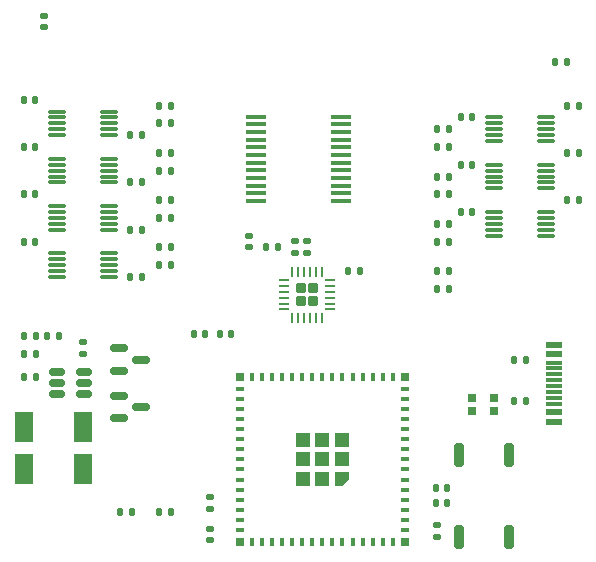
<source format=gtp>
G04 #@! TF.GenerationSoftware,KiCad,Pcbnew,(6.0.11)*
G04 #@! TF.CreationDate,2023-03-15T17:37:52+01:00*
G04 #@! TF.ProjectId,ProtoBoard,50726f74-6f42-46f6-9172-642e6b696361,rev?*
G04 #@! TF.SameCoordinates,Original*
G04 #@! TF.FileFunction,Paste,Top*
G04 #@! TF.FilePolarity,Positive*
%FSLAX46Y46*%
G04 Gerber Fmt 4.6, Leading zero omitted, Abs format (unit mm)*
G04 Created by KiCad (PCBNEW (6.0.11)) date 2023-03-15 17:37:52*
%MOMM*%
%LPD*%
G01*
G04 APERTURE LIST*
G04 Aperture macros list*
%AMRoundRect*
0 Rectangle with rounded corners*
0 $1 Rounding radius*
0 $2 $3 $4 $5 $6 $7 $8 $9 X,Y pos of 4 corners*
0 Add a 4 corners polygon primitive as box body*
4,1,4,$2,$3,$4,$5,$6,$7,$8,$9,$2,$3,0*
0 Add four circle primitives for the rounded corners*
1,1,$1+$1,$2,$3*
1,1,$1+$1,$4,$5*
1,1,$1+$1,$6,$7*
1,1,$1+$1,$8,$9*
0 Add four rect primitives between the rounded corners*
20,1,$1+$1,$2,$3,$4,$5,0*
20,1,$1+$1,$4,$5,$6,$7,0*
20,1,$1+$1,$6,$7,$8,$9,0*
20,1,$1+$1,$8,$9,$2,$3,0*%
%AMFreePoly0*
4,1,6,0.600000,-0.600000,-0.600000,-0.600000,-0.600000,0.000000,0.000000,0.600000,0.600000,0.600000,0.600000,-0.600000,0.600000,-0.600000,$1*%
G04 Aperture macros list end*
%ADD10RoundRect,0.140000X-0.140000X-0.170000X0.140000X-0.170000X0.140000X0.170000X-0.140000X0.170000X0*%
%ADD11RoundRect,0.135000X-0.135000X-0.185000X0.135000X-0.185000X0.135000X0.185000X-0.135000X0.185000X0*%
%ADD12RoundRect,0.135000X0.135000X0.185000X-0.135000X0.185000X-0.135000X-0.185000X0.135000X-0.185000X0*%
%ADD13RoundRect,0.140000X0.140000X0.170000X-0.140000X0.170000X-0.140000X-0.170000X0.140000X-0.170000X0*%
%ADD14RoundRect,0.075000X0.650000X0.075000X-0.650000X0.075000X-0.650000X-0.075000X0.650000X-0.075000X0*%
%ADD15R,0.700000X0.700000*%
%ADD16RoundRect,0.212500X-0.212500X-0.212500X0.212500X-0.212500X0.212500X0.212500X-0.212500X0.212500X0*%
%ADD17RoundRect,0.062500X-0.375000X-0.062500X0.375000X-0.062500X0.375000X0.062500X-0.375000X0.062500X0*%
%ADD18RoundRect,0.062500X-0.062500X-0.375000X0.062500X-0.375000X0.062500X0.375000X-0.062500X0.375000X0*%
%ADD19RoundRect,0.200000X0.200000X0.800000X-0.200000X0.800000X-0.200000X-0.800000X0.200000X-0.800000X0*%
%ADD20RoundRect,0.135000X-0.185000X0.135000X-0.185000X-0.135000X0.185000X-0.135000X0.185000X0.135000X0*%
%ADD21RoundRect,0.250000X-0.550000X1.050000X-0.550000X-1.050000X0.550000X-1.050000X0.550000X1.050000X0*%
%ADD22RoundRect,0.075000X-0.650000X-0.075000X0.650000X-0.075000X0.650000X0.075000X-0.650000X0.075000X0*%
%ADD23RoundRect,0.150000X-0.587500X-0.150000X0.587500X-0.150000X0.587500X0.150000X-0.587500X0.150000X0*%
%ADD24R,1.750000X0.450000*%
%ADD25RoundRect,0.140000X0.170000X-0.140000X0.170000X0.140000X-0.170000X0.140000X-0.170000X-0.140000X0*%
%ADD26R,1.450000X0.600000*%
%ADD27R,1.450000X0.300000*%
%ADD28RoundRect,0.150000X0.512500X0.150000X-0.512500X0.150000X-0.512500X-0.150000X0.512500X-0.150000X0*%
%ADD29R,0.800000X0.400000*%
%ADD30R,0.400000X0.800000*%
%ADD31R,1.200000X1.200000*%
%ADD32FreePoly0,180.000000*%
%ADD33R,0.800000X0.800000*%
G04 APERTURE END LIST*
D10*
X66570000Y-90550000D03*
X67530000Y-90550000D03*
D11*
X87140000Y-78750000D03*
X88160000Y-78750000D03*
X72640000Y-83250000D03*
X73660000Y-83250000D03*
D12*
X64660000Y-71250000D03*
X63640000Y-71250000D03*
D13*
X90130000Y-72250000D03*
X89170000Y-72250000D03*
D10*
X61170000Y-85750000D03*
X62130000Y-85750000D03*
D14*
X59350000Y-81750000D03*
X59350000Y-81250000D03*
X59350000Y-80750000D03*
X59350000Y-80250000D03*
X59350000Y-79750000D03*
X54950000Y-79750000D03*
X54950000Y-80250000D03*
X54950000Y-80750000D03*
X54950000Y-81250000D03*
X54950000Y-81750000D03*
D15*
X91965000Y-97100000D03*
X91965000Y-96000000D03*
X90135000Y-96000000D03*
X90135000Y-97100000D03*
D13*
X53130000Y-70750000D03*
X52170000Y-70750000D03*
D16*
X75625000Y-87775000D03*
X76675000Y-86725000D03*
X75625000Y-86725000D03*
X76675000Y-87775000D03*
D17*
X74212500Y-86000000D03*
X74212500Y-86500000D03*
X74212500Y-87000000D03*
X74212500Y-87500000D03*
X74212500Y-88000000D03*
X74212500Y-88500000D03*
D18*
X74900000Y-89187500D03*
X75400000Y-89187500D03*
X75900000Y-89187500D03*
X76400000Y-89187500D03*
X76900000Y-89187500D03*
X77400000Y-89187500D03*
D17*
X78087500Y-88500000D03*
X78087500Y-88000000D03*
X78087500Y-87500000D03*
X78087500Y-87000000D03*
X78087500Y-86500000D03*
X78087500Y-86000000D03*
D18*
X77400000Y-85312500D03*
X76900000Y-85312500D03*
X76400000Y-85312500D03*
X75900000Y-85312500D03*
X75400000Y-85312500D03*
X74900000Y-85312500D03*
D19*
X93250000Y-107750000D03*
X89050000Y-107750000D03*
D12*
X64660000Y-105650000D03*
X63640000Y-105650000D03*
X64660000Y-83250000D03*
X63640000Y-83250000D03*
D11*
X87140000Y-81250000D03*
X88160000Y-81250000D03*
D10*
X61170000Y-77750000D03*
X62130000Y-77750000D03*
D20*
X75150000Y-82740000D03*
X75150000Y-83760000D03*
D11*
X87140000Y-85250000D03*
X88160000Y-85250000D03*
D10*
X87070000Y-104850000D03*
X88030000Y-104850000D03*
D21*
X57150000Y-98450000D03*
X57150000Y-102050000D03*
D11*
X87140000Y-73250000D03*
X88160000Y-73250000D03*
D13*
X69730000Y-90550000D03*
X68770000Y-90550000D03*
D12*
X64660000Y-79250000D03*
X63640000Y-79250000D03*
D19*
X93250000Y-100850000D03*
X89050000Y-100850000D03*
D11*
X87140000Y-74750000D03*
X88160000Y-74750000D03*
D10*
X98170000Y-71250000D03*
X99130000Y-71250000D03*
D13*
X90130000Y-80250000D03*
X89170000Y-80250000D03*
D14*
X59350000Y-73750000D03*
X59350000Y-73250000D03*
X59350000Y-72750000D03*
X59350000Y-72250000D03*
X59350000Y-71750000D03*
X54950000Y-71750000D03*
X54950000Y-72250000D03*
X54950000Y-72750000D03*
X54950000Y-73250000D03*
X54950000Y-73750000D03*
D22*
X91950000Y-72250000D03*
X91950000Y-72750000D03*
X91950000Y-73250000D03*
X91950000Y-73750000D03*
X91950000Y-74250000D03*
X96350000Y-74250000D03*
X96350000Y-73750000D03*
X96350000Y-73250000D03*
X96350000Y-72750000D03*
X96350000Y-72250000D03*
D12*
X64660000Y-72750000D03*
X63640000Y-72750000D03*
X94660000Y-92750000D03*
X93640000Y-92750000D03*
D10*
X87070000Y-103650000D03*
X88030000Y-103650000D03*
X98170000Y-79250000D03*
X99130000Y-79250000D03*
D11*
X60340000Y-105650000D03*
X61360000Y-105650000D03*
D23*
X60212500Y-91800000D03*
X60212500Y-93700000D03*
X62087500Y-92750000D03*
D12*
X53160000Y-92250000D03*
X52140000Y-92250000D03*
D11*
X87140000Y-82750000D03*
X88160000Y-82750000D03*
X87140000Y-86750000D03*
X88160000Y-86750000D03*
X93640000Y-96250000D03*
X94660000Y-96250000D03*
D13*
X53130000Y-78750000D03*
X52170000Y-78750000D03*
D23*
X60212500Y-95800000D03*
X60212500Y-97700000D03*
X62087500Y-96750000D03*
D10*
X61170000Y-81750000D03*
X62130000Y-81750000D03*
D12*
X64660000Y-76750000D03*
X63640000Y-76750000D03*
D10*
X97170000Y-67550000D03*
X98130000Y-67550000D03*
D12*
X64660000Y-84750000D03*
X63640000Y-84750000D03*
D14*
X59350000Y-77750000D03*
X59350000Y-77250000D03*
X59350000Y-76750000D03*
X59350000Y-76250000D03*
X59350000Y-75750000D03*
X54950000Y-75750000D03*
X54950000Y-76250000D03*
X54950000Y-76750000D03*
X54950000Y-77250000D03*
X54950000Y-77750000D03*
D20*
X76150000Y-82740000D03*
X76150000Y-83760000D03*
D14*
X59350000Y-85750000D03*
X59350000Y-85250000D03*
X59350000Y-84750000D03*
X59350000Y-84250000D03*
X59350000Y-83750000D03*
X54950000Y-83750000D03*
X54950000Y-84250000D03*
X54950000Y-84750000D03*
X54950000Y-85250000D03*
X54950000Y-85750000D03*
D22*
X91950000Y-80250000D03*
X91950000Y-80750000D03*
X91950000Y-81250000D03*
X91950000Y-81750000D03*
X91950000Y-82250000D03*
X96350000Y-82250000D03*
X96350000Y-81750000D03*
X96350000Y-81250000D03*
X96350000Y-80750000D03*
X96350000Y-80250000D03*
D24*
X71850000Y-72175000D03*
X71850000Y-72825000D03*
X71850000Y-73475000D03*
X71850000Y-74125000D03*
X71850000Y-74775000D03*
X71850000Y-75425000D03*
X71850000Y-76075000D03*
X71850000Y-76725000D03*
X71850000Y-77375000D03*
X71850000Y-78025000D03*
X71850000Y-78675000D03*
X71850000Y-79325000D03*
X79050000Y-79325000D03*
X79050000Y-78675000D03*
X79050000Y-78025000D03*
X79050000Y-77375000D03*
X79050000Y-76725000D03*
X79050000Y-76075000D03*
X79050000Y-75425000D03*
X79050000Y-74775000D03*
X79050000Y-74125000D03*
X79050000Y-73475000D03*
X79050000Y-72825000D03*
X79050000Y-72175000D03*
D11*
X52140000Y-90750000D03*
X53160000Y-90750000D03*
X54140000Y-90750000D03*
X55160000Y-90750000D03*
D21*
X52150000Y-98450000D03*
X52150000Y-102050000D03*
D12*
X64660000Y-75250000D03*
X63640000Y-75250000D03*
D20*
X57150000Y-91240000D03*
X57150000Y-92260000D03*
D12*
X53160000Y-94250000D03*
X52140000Y-94250000D03*
D20*
X67950000Y-104340000D03*
X67950000Y-105360000D03*
D25*
X71250000Y-83230000D03*
X71250000Y-82270000D03*
D13*
X90130000Y-76250000D03*
X89170000Y-76250000D03*
D11*
X87140000Y-77250000D03*
X88160000Y-77250000D03*
D10*
X61170000Y-73750000D03*
X62130000Y-73750000D03*
D26*
X97055000Y-98000000D03*
X97055000Y-97200000D03*
D27*
X97055000Y-96000000D03*
X97055000Y-95000000D03*
X97055000Y-94500000D03*
X97055000Y-93500000D03*
D26*
X97055000Y-91500000D03*
X97055000Y-92300000D03*
D27*
X97055000Y-93000000D03*
X97055000Y-94000000D03*
X97055000Y-95500000D03*
X97055000Y-96500000D03*
D10*
X98170000Y-75250000D03*
X99130000Y-75250000D03*
D28*
X57287500Y-95700000D03*
X57287500Y-94750000D03*
X57287500Y-93800000D03*
X55012500Y-93800000D03*
X55012500Y-94750000D03*
X55012500Y-95700000D03*
D25*
X67945000Y-108030000D03*
X67945000Y-107070000D03*
D12*
X64660000Y-80750000D03*
X63640000Y-80750000D03*
D22*
X91950000Y-76250000D03*
X91950000Y-76750000D03*
X91950000Y-77250000D03*
X91950000Y-77750000D03*
X91950000Y-78250000D03*
X96350000Y-78250000D03*
X96350000Y-77750000D03*
X96350000Y-77250000D03*
X96350000Y-76750000D03*
X96350000Y-76250000D03*
D29*
X84445000Y-107150000D03*
X84445000Y-106300000D03*
X84445000Y-105450000D03*
X84445000Y-104600000D03*
X84445000Y-103750000D03*
X84445000Y-102900000D03*
X84445000Y-102050000D03*
X84445000Y-101200000D03*
X84445000Y-100350000D03*
X84445000Y-99500000D03*
X84445000Y-98650000D03*
X84445000Y-97800000D03*
X84445000Y-96950000D03*
X84445000Y-96100000D03*
X84445000Y-95250000D03*
D30*
X83395000Y-94200000D03*
X82545000Y-94200000D03*
X81695000Y-94200000D03*
X80845000Y-94200000D03*
X79995000Y-94200000D03*
X79145000Y-94200000D03*
X78295000Y-94200000D03*
X77445000Y-94200000D03*
X76595000Y-94200000D03*
X75745000Y-94200000D03*
X74895000Y-94200000D03*
X74045000Y-94200000D03*
X73195000Y-94200000D03*
X72345000Y-94200000D03*
X71495000Y-94200000D03*
D29*
X70445000Y-95250000D03*
X70445000Y-96100000D03*
X70445000Y-96950000D03*
X70445000Y-97800000D03*
X70445000Y-98650000D03*
X70445000Y-99500000D03*
X70445000Y-100350000D03*
X70445000Y-101200000D03*
X70445000Y-102050000D03*
X70445000Y-102900000D03*
X70445000Y-103750000D03*
X70445000Y-104600000D03*
X70445000Y-105450000D03*
X70445000Y-106300000D03*
X70445000Y-107150000D03*
D30*
X71495000Y-108200000D03*
X72345000Y-108200000D03*
X73195000Y-108200000D03*
X74045000Y-108200000D03*
X74895000Y-108200000D03*
X75745000Y-108200000D03*
X76595000Y-108200000D03*
X77445000Y-108200000D03*
X78295000Y-108200000D03*
X79145000Y-108200000D03*
X79995000Y-108200000D03*
X80845000Y-108200000D03*
X81695000Y-108200000D03*
X82545000Y-108200000D03*
X83395000Y-108200000D03*
D31*
X75795000Y-101200000D03*
X77445000Y-101200000D03*
D32*
X79095000Y-102850000D03*
D31*
X75795000Y-99550000D03*
X77445000Y-99550000D03*
X79095000Y-99550000D03*
X77445000Y-102850000D03*
X79095000Y-101200000D03*
X75795000Y-102850000D03*
D33*
X84445000Y-108200000D03*
X84445000Y-94200000D03*
X70445000Y-94200000D03*
X70445000Y-108200000D03*
D20*
X87150000Y-106715000D03*
X87150000Y-107735000D03*
D12*
X80660000Y-85250000D03*
X79640000Y-85250000D03*
D13*
X53130000Y-82750000D03*
X52170000Y-82750000D03*
D25*
X53850000Y-64630000D03*
X53850000Y-63670000D03*
D13*
X53130000Y-74750000D03*
X52170000Y-74750000D03*
M02*

</source>
